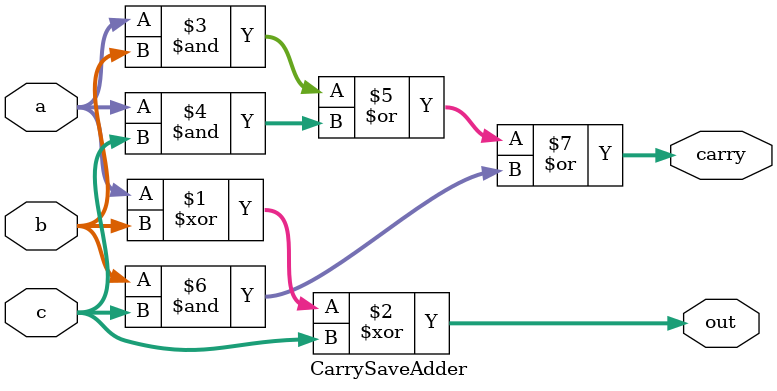
<source format=sv>
`timescale 1ns / 1ps
`include "CommonDefinitions.vh"

module CarrySaveAdder#(parameter BITWIDTH=108) (
    input  [BITWIDTH-1:0] a,
    input  [BITWIDTH-1:0] b,
    input  [BITWIDTH-1:0] c,
    output [BITWIDTH-1:0] carry,
    output [BITWIDTH-1:0] out
  );
  assign out = a ^ b ^ c;
  assign carry = (a & b) | (a & c) | (b & c);
endmodule

</source>
